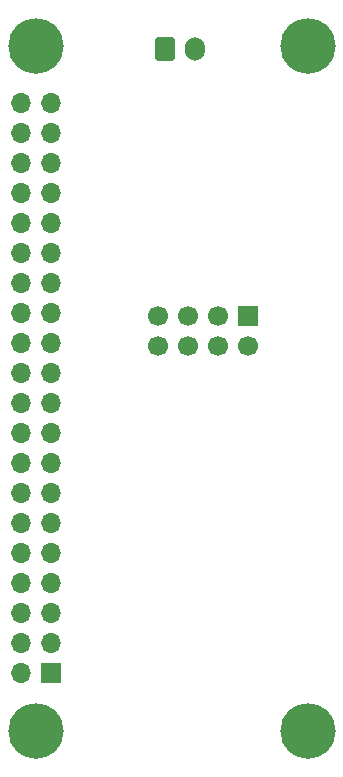
<source format=gbr>
%TF.GenerationSoftware,KiCad,Pcbnew,(7.0.0)*%
%TF.CreationDate,2023-05-30T16:09:47+02:00*%
%TF.ProjectId,connecteurs,636f6e6e-6563-4746-9575-72732e6b6963,1.0*%
%TF.SameCoordinates,Original*%
%TF.FileFunction,Soldermask,Bot*%
%TF.FilePolarity,Negative*%
%FSLAX46Y46*%
G04 Gerber Fmt 4.6, Leading zero omitted, Abs format (unit mm)*
G04 Created by KiCad (PCBNEW (7.0.0)) date 2023-05-30 16:09:47*
%MOMM*%
%LPD*%
G01*
G04 APERTURE LIST*
G04 Aperture macros list*
%AMRoundRect*
0 Rectangle with rounded corners*
0 $1 Rounding radius*
0 $2 $3 $4 $5 $6 $7 $8 $9 X,Y pos of 4 corners*
0 Add a 4 corners polygon primitive as box body*
4,1,4,$2,$3,$4,$5,$6,$7,$8,$9,$2,$3,0*
0 Add four circle primitives for the rounded corners*
1,1,$1+$1,$2,$3*
1,1,$1+$1,$4,$5*
1,1,$1+$1,$6,$7*
1,1,$1+$1,$8,$9*
0 Add four rect primitives between the rounded corners*
20,1,$1+$1,$2,$3,$4,$5,0*
20,1,$1+$1,$4,$5,$6,$7,0*
20,1,$1+$1,$6,$7,$8,$9,0*
20,1,$1+$1,$8,$9,$2,$3,0*%
G04 Aperture macros list end*
%ADD10C,4.700000*%
%ADD11RoundRect,0.250000X-0.600000X-0.750000X0.600000X-0.750000X0.600000X0.750000X-0.600000X0.750000X0*%
%ADD12O,1.700000X2.000000*%
%ADD13R,1.700000X1.700000*%
%ADD14O,1.700000X1.700000*%
%ADD15C,1.700000*%
G04 APERTURE END LIST*
D10*
%TO.C,H3*%
X93000000Y-108000000D03*
%TD*%
%TO.C,H4*%
X70000000Y-108000000D03*
%TD*%
D11*
%TO.C,J1*%
X80950000Y-50275000D03*
D12*
X83449999Y-50274999D03*
%TD*%
D13*
%TO.C,IC1*%
X71269999Y-103124999D03*
D14*
X68729999Y-103124999D03*
X71269999Y-100584999D03*
X68729999Y-100584999D03*
X71269999Y-98044999D03*
X68729999Y-98044999D03*
X71269999Y-95504999D03*
X68729999Y-95504999D03*
X71269999Y-92964999D03*
X68729999Y-92964999D03*
X71269999Y-90424999D03*
X68729999Y-90424999D03*
X71269999Y-87884999D03*
X68729999Y-87884999D03*
X71269999Y-85344999D03*
X68729999Y-85344999D03*
X71269999Y-82804999D03*
X68729999Y-82804999D03*
X71269999Y-80264999D03*
X68729999Y-80264999D03*
X71269999Y-77724999D03*
X68729999Y-77724999D03*
X71269999Y-75184999D03*
X68729999Y-75184999D03*
X71269999Y-72644999D03*
X68729999Y-72644999D03*
X71269999Y-70104999D03*
X68729999Y-70104999D03*
X71269999Y-67564999D03*
X68729999Y-67564999D03*
X71269999Y-65024999D03*
X68729999Y-65024999D03*
X71269999Y-62484999D03*
X68729999Y-62484999D03*
X71269999Y-59944999D03*
X68729999Y-59944999D03*
X71269999Y-57404999D03*
X68729999Y-57404999D03*
X71269999Y-54864999D03*
X68729999Y-54864999D03*
%TD*%
D13*
%TO.C,U1*%
X87924999Y-72899999D03*
D15*
X87925000Y-75440000D03*
X85385000Y-72900000D03*
X85385000Y-75440000D03*
X82845000Y-72900000D03*
X82845000Y-75440000D03*
X80305000Y-72900000D03*
X80305000Y-75440000D03*
%TD*%
D10*
%TO.C,H1*%
X70000000Y-50000000D03*
%TD*%
%TO.C,H2*%
X93000000Y-50000000D03*
%TD*%
M02*

</source>
